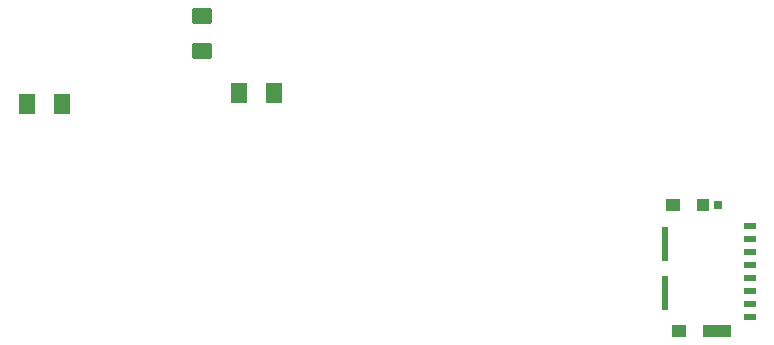
<source format=gbr>
%TF.GenerationSoftware,KiCad,Pcbnew,(6.0.2)*%
%TF.CreationDate,2022-07-01T05:11:33-06:00*%
%TF.ProjectId,PowerBook_F4Lite_THTV1,506f7765-7242-46f6-9f6b-5f46344c6974,rev?*%
%TF.SameCoordinates,Original*%
%TF.FileFunction,Paste,Top*%
%TF.FilePolarity,Positive*%
%FSLAX46Y46*%
G04 Gerber Fmt 4.6, Leading zero omitted, Abs format (unit mm)*
G04 Created by KiCad (PCBNEW (6.0.2)) date 2022-07-01 05:11:33*
%MOMM*%
%LPD*%
G01*
G04 APERTURE LIST*
G04 Aperture macros list*
%AMRoundRect*
0 Rectangle with rounded corners*
0 $1 Rounding radius*
0 $2 $3 $4 $5 $6 $7 $8 $9 X,Y pos of 4 corners*
0 Add a 4 corners polygon primitive as box body*
4,1,4,$2,$3,$4,$5,$6,$7,$8,$9,$2,$3,0*
0 Add four circle primitives for the rounded corners*
1,1,$1+$1,$2,$3*
1,1,$1+$1,$4,$5*
1,1,$1+$1,$6,$7*
1,1,$1+$1,$8,$9*
0 Add four rect primitives between the rounded corners*
20,1,$1+$1,$2,$3,$4,$5,0*
20,1,$1+$1,$4,$5,$6,$7,0*
20,1,$1+$1,$6,$7,$8,$9,0*
20,1,$1+$1,$8,$9,$2,$3,0*%
G04 Aperture macros list end*
%ADD10R,1.080000X1.050000*%
%ADD11R,1.200000X1.050000*%
%ADD12R,2.390000X1.050000*%
%ADD13R,0.780000X0.720000*%
%ADD14R,1.000000X0.500000*%
%ADD15R,0.550000X2.910000*%
%ADD16RoundRect,0.250001X0.462499X0.624999X-0.462499X0.624999X-0.462499X-0.624999X0.462499X-0.624999X0*%
%ADD17RoundRect,0.250001X0.624999X-0.462499X0.624999X0.462499X-0.624999X0.462499X-0.624999X-0.462499X0*%
%ADD18RoundRect,0.250001X-0.462499X-0.624999X0.462499X-0.624999X0.462499X0.624999X-0.462499X0.624999X0*%
G04 APERTURE END LIST*
D10*
%TO.C,SD1*%
X141675000Y-80995000D03*
D11*
X139065000Y-80985000D03*
D12*
X142820000Y-91630000D03*
D11*
X139635000Y-91630000D03*
D13*
X142945000Y-80995000D03*
D14*
X145625000Y-90455000D03*
X145625000Y-89355000D03*
X145625000Y-88255000D03*
X145625000Y-87155000D03*
X145625000Y-86055000D03*
X145625000Y-84955000D03*
X145625000Y-83855000D03*
X145625000Y-82755000D03*
D15*
X138390000Y-88450000D03*
X138390000Y-84260000D03*
%TD*%
D16*
%TO.C,C1*%
X105340054Y-71538633D03*
X102365054Y-71538633D03*
%TD*%
D17*
%TO.C,C2*%
X99233895Y-67997873D03*
X99233895Y-65022873D03*
%TD*%
D18*
%TO.C,C3*%
X84400060Y-72450960D03*
X87375060Y-72450960D03*
%TD*%
M02*

</source>
